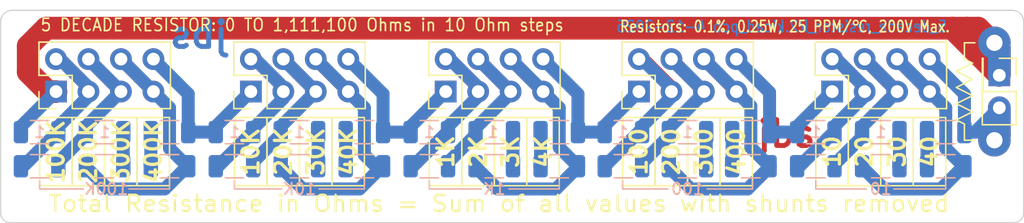
<source format=kicad_pcb>
(kicad_pcb (version 20221018) (generator pcbnew)
  (layers (0 "F.Cu" signal) (31 "B.Cu" signal) (36 "B.SilkS" user "B.Silkscreen") (37 "F.SilkS" user "F.Silkscreen") (38 "B.Mask" user) (39 "F.Mask" user) (44 "Edge.Cuts" user))
  (net 0 "")
  (net 1 "Net-(J1-Pin_1)")
  (net 2 "Net-(J1-Pin_2)")
  (net 3 "Net-(J1-Pin_4)")
  (net 4 "Net-(J1-Pin_6)")
  (net 5 "Net-(J1-Pin_8)")
  (net 6 "Net-(J2-Pin_2)")
  (net 7 "Net-(J2-Pin_4)")
  (net 8 "Net-(J2-Pin_6)")
  (net 9 "Net-(J2-Pin_8)")
  (net 10 "Net-(J3-Pin_8)")
  (net 11 "Net-(J3-Pin_6)")
  (net 12 "Net-(R3-Pad2)")
  (net 13 "Net-(R5-Pad2)")
  (net 14 "Net-(R10-Pad1)")
  (net 15 "Net-(R11-Pad2)")
  (net 16 "Net-(R15-Pad2)")
  (net 17 "Net-(R17-Pad2)")
  (net 18 "Net-(R21-Pad2)")
  (net 19 "Net-(R23-Pad2)")
  (net 20 "Net-(R27-Pad2)")
  (net 21 "Net-(R29-Pad2)")
  (net 22 "Net-(J3-Pin_4)")
  (net 23 "Net-(J3-Pin_2)")
  (net 24 "Net-(J4-Pin_2)")
  (net 25 "Net-(J4-Pin_4)")
  (net 26 "Net-(J4-Pin_6)")
  (net 27 "Net-(J4-Pin_8)")
  (net 28 "Net-(J5-Pin_2)")
  (net 29 "Net-(J5-Pin_4)")
  (net 30 "Net-(J5-Pin_6)")
  (net 31 "Net-(J5-Pin_8)")
  (footprint "my_footprints:My_Hole_2.1mm" (layer "F.Cu") (at 116.459 98.679)
    (fp_text reference "REF**" hide)
    (fp_text value "My_Hole_2.1mm")
    (pad "" np_thru_hole circle (at 0 0) (size 2.1 2.1) (drill 2.1) (layers "*.Cu" "*.Mask"))
  )
  (footprint "Connector_PinHeader_2.54mm:PinHeader_2x04_P2.54mm_Vertical" (layer "F.Cu") (at 149.108 90.175 90)
    (fp_text reference "1K" hide)
    (fp_text value "Conn_02x04")
    (pad "1" thru_hole rect (at 0 0 90) (size 1.7 1.7) (drill 1) (layers "*.Cu" "*.Mask") (net 9 "Net-(J2-Pin_8)"))
    (pad "2" thru_hole oval (at 2.54 0 90) (size 1.7 1.7) (drill 1) (layers "*.Cu" "*.Mask") (net 23 "Net-(J3-Pin_2)"))
    (pad "3" thru_hole oval (at 0 2.54 90) (size 1.7 1.7) (drill 1) (layers "*.Cu" "*.Mask") (net 23 "Net-(J3-Pin_2)"))
    (pad "4" thru_hole oval (at 2.54 2.54 90) (size 1.7 1.7) (drill 1) (layers "*.Cu" "*.Mask") (net 22 "Net-(J3-Pin_4)"))
    (pad "5" thru_hole oval (at 0 5.08 90) (size 1.7 1.7) (drill 1) (layers "*.Cu" "*.Mask") (net 22 "Net-(J3-Pin_4)"))
    (pad "6" thru_hole oval (at 2.54 5.08 90) (size 1.7 1.7) (drill 1) (layers "*.Cu" "*.Mask") (net 11 "Net-(J3-Pin_6)"))
    (pad "7" thru_hole oval (at 0 7.62 90) (size 1.7 1.7) (drill 1) (layers "*.Cu" "*.Mask") (net 11 "Net-(J3-Pin_6)"))
    (pad "8" thru_hole oval (at 2.54 7.62 90) (size 1.7 1.7) (drill 1) (layers "*.Cu" "*.Mask") (net 10 "Net-(J3-Pin_8)"))
  )
  (footprint "Connector_PinHeader_2.54mm:PinHeader_2x01_P2.54mm_Vertical" (layer "F.Cu") (at 192.405 88.9 -90)
    (fp_text reference "OUT" hide)
    (fp_text value "Conn_02x01")
    (pad "1" thru_hole rect (at 0 0 270) (size 1.7 1.7) (drill 1) (layers "*.Cu" "*.Mask") (net 1 "Net-(J1-Pin_1)"))
    (pad "2" thru_hole oval (at 2.54 0 270) (size 1.7 1.7) (drill 1) (layers "*.Cu" "*.Mask") (net 31 "Net-(J5-Pin_8)"))
  )
  (footprint "" (layer "F.Cu") (at 192.024 93.98)
    (fp_text reference "" (at 0 0) (layer "F.SilkS") (effects (font (size 1.27 1.27))))
    (fp_text value "" (at 0 0) (layer "F.SilkS") (effects (font (size 1.27 1.27))))
    (pad "1" thru_hole circle (at 0 0) (size 2.54 2.54) (drill 1.27) (layers "*.Cu" "*.Mask") (net 31 "Net-(J5-Pin_8)"))
  )
  (footprint "my_footprints:My_Hole_2.1mm" (layer "F.Cu") (at 160.528 88.519)
    (fp_text reference "REF**" hide)
    (fp_text value "My_Hole_2.1mm")
    (pad "" np_thru_hole circle (at 0 0) (size 2.1 2.1) (drill 2.1) (layers "*.Cu" "*.Mask"))
  )
  (footprint "my_footprints:My_Hole_2.1mm" (layer "F.Cu") (at 192.151 98.679)
    (fp_text reference "REF**" hide)
    (fp_text value "My_Hole_2.1mm")
    (pad "" np_thru_hole circle (at 0 0) (size 2.1 2.1) (drill 2.1) (layers "*.Cu" "*.Mask"))
  )
  (footprint "my_footprints:My_Hole_2.1mm" (layer "F.Cu") (at 145.288 88.519)
    (fp_text reference "REF**" hide)
    (fp_text value "My_Hole_2.1mm")
    (pad "" np_thru_hole circle (at 0 0) (size 2.1 2.1) (drill 2.1) (layers "*.Cu" "*.Mask"))
  )
  (footprint "Connector_PinHeader_2.54mm:PinHeader_2x04_P2.54mm_Vertical" (layer "F.Cu") (at 118.628 90.175 90)
    (fp_text reference "100K" hide)
    (fp_text value "Conn_02x04")
    (pad "1" thru_hole rect (at 0 0 90) (size 1.7 1.7) (drill 1) (layers "*.Cu" "*.Mask") (net 1 "Net-(J1-Pin_1)"))
    (pad "2" thru_hole oval (at 2.54 0 90) (size 1.7 1.7) (drill 1) (layers "*.Cu" "*.Mask") (net 2 "Net-(J1-Pin_2)"))
    (pad "3" thru_hole oval (at 0 2.54 90) (size 1.7 1.7) (drill 1) (layers "*.Cu" "*.Mask") (net 2 "Net-(J1-Pin_2)"))
    (pad "4" thru_hole oval (at 2.54 2.54 90) (size 1.7 1.7) (drill 1) (layers "*.Cu" "*.Mask") (net 3 "Net-(J1-Pin_4)"))
    (pad "5" thru_hole oval (at 0 5.08 90) (size 1.7 1.7) (drill 1) (layers "*.Cu" "*.Mask") (net 3 "Net-(J1-Pin_4)"))
    (pad "6" thru_hole oval (at 2.54 5.08 90) (size 1.7 1.7) (drill 1) (layers "*.Cu" "*.Mask") (net 4 "Net-(J1-Pin_6)"))
    (pad "7" thru_hole oval (at 0 7.62 90) (size 1.7 1.7) (drill 1) (layers "*.Cu" "*.Mask") (net 4 "Net-(J1-Pin_6)"))
    (pad "8" thru_hole oval (at 2.54 7.62 90) (size 1.7 1.7) (drill 1) (layers "*.Cu" "*.Mask") (net 5 "Net-(J1-Pin_8)"))
  )
  (footprint "Connector_PinHeader_2.54mm:PinHeader_2x04_P2.54mm_Vertical" (layer "F.Cu") (at 164.221 90.175 90)
    (fp_text reference "100" hide)
    (fp_text value "Conn_02x04")
    (pad "1" thru_hole rect (at 0 0 90) (size 1.7 1.7) (drill 1) (layers "*.Cu" "*.Mask") (net 10 "Net-(J3-Pin_8)"))
    (pad "2" thru_hole oval (at 2.54 0 90) (size 1.7 1.7) (drill 1) (layers "*.Cu" "*.Mask") (net 24 "Net-(J4-Pin_2)"))
    (pad "3" thru_hole oval (at 0 2.54 90) (size 1.7 1.7) (drill 1) (layers "*.Cu" "*.Mask") (net 24 "Net-(J4-Pin_2)"))
    (pad "4" thru_hole oval (at 2.54 2.54 90) (size 1.7 1.7) (drill 1) (layers "*.Cu" "*.Mask") (net 25 "Net-(J4-Pin_4)"))
    (pad "5" thru_hole oval (at 0 5.08 90) (size 1.7 1.7) (drill 1) (layers "*.Cu" "*.Mask") (net 25 "Net-(J4-Pin_4)"))
    (pad "6" thru_hole oval (at 2.54 5.08 90) (size 1.7 1.7) (drill 1) (layers "*.Cu" "*.Mask") (net 26 "Net-(J4-Pin_6)"))
    (pad "7" thru_hole oval (at 0 7.62 90) (size 1.7 1.7) (drill 1) (layers "*.Cu" "*.Mask") (net 26 "Net-(J4-Pin_6)"))
    (pad "8" thru_hole oval (at 2.54 7.62 90) (size 1.7 1.7) (drill 1) (layers "*.Cu" "*.Mask") (net 27 "Net-(J4-Pin_8)"))
  )
  (footprint "Connector_PinHeader_2.54mm:PinHeader_2x04_P2.54mm_Vertical" (layer "F.Cu") (at 133.868 90.175 90)
    (fp_text reference "10K" hide)
    (fp_text value "Conn_02x04")
    (pad "1" thru_hole rect (at 0 0 90) (size 1.7 1.7) (drill 1) (layers "*.Cu" "*.Mask") (net 5 "Net-(J1-Pin_8)"))
    (pad "2" thru_hole oval (at 2.54 0 90) (size 1.7 1.7) (drill 1) (layers "*.Cu" "*.Mask") (net 6 "Net-(J2-Pin_2)"))
    (pad "3" thru_hole oval (at 0 2.54 90) (size 1.7 1.7) (drill 1) (layers "*.Cu" "*.Mask") (net 6 "Net-(J2-Pin_2)"))
    (pad "4" thru_hole oval (at 2.54 2.54 90) (size 1.7 1.7) (drill 1) (layers "*.Cu" "*.Mask") (net 7 "Net-(J2-Pin_4)"))
    (pad "5" thru_hole oval (at 0 5.08 90) (size 1.7 1.7) (drill 1) (layers "*.Cu" "*.Mask") (net 7 "Net-(J2-Pin_4)"))
    (pad "6" thru_hole oval (at 2.54 5.08 90) (size 1.7 1.7) (drill 1) (layers "*.Cu" "*.Mask") (net 8 "Net-(J2-Pin_6)"))
    (pad "7" thru_hole oval (at 0 7.62 90) (size 1.7 1.7) (drill 1) (layers "*.Cu" "*.Mask") (net 8 "Net-(J2-Pin_6)"))
    (pad "8" thru_hole oval (at 2.54 7.62 90) (size 1.7 1.7) (drill 1) (layers "*.Cu" "*.Mask") (net 9 "Net-(J2-Pin_8)"))
  )
  (footprint "Connector_PinHeader_2.54mm:PinHeader_2x04_P2.54mm_Vertical" (layer "F.Cu") (at 179.334 90.175 90)
    (fp_text reference "10" hide)
    (fp_text value "Conn_02x04")
    (pad "1" thru_hole rect (at 0 0 90) (size 1.7 1.7) (drill 1) (layers "*.Cu" "*.Mask") (net 27 "Net-(J4-Pin_8)"))
    (pad "2" thru_hole oval (at 2.54 0 90) (size 1.7 1.7) (drill 1) (layers "*.Cu" "*.Mask") (net 28 "Net-(J5-Pin_2)"))
    (pad "3" thru_hole oval (at 0 2.54 90) (size 1.7 1.7) (drill 1) (layers "*.Cu" "*.Mask") (net 28 "Net-(J5-Pin_2)"))
    (pad "4" thru_hole oval (at 2.54 2.54 90) (size 1.7 1.7) (drill 1) (layers "*.Cu" "*.Mask") (net 29 "Net-(J5-Pin_4)"))
    (pad "5" thru_hole oval (at 0 5.08 90) (size 1.7 1.7) (drill 1) (layers "*.Cu" "*.Mask") (net 29 "Net-(J5-Pin_4)"))
    (pad "6" thru_hole oval (at 2.54 5.08 90) (size 1.7 1.7) (drill 1) (layers "*.Cu" "*.Mask") (net 30 "Net-(J5-Pin_6)"))
    (pad "7" thru_hole oval (at 0 7.62 90) (size 1.7 1.7) (drill 1) (layers "*.Cu" "*.Mask") (net 30 "Net-(J5-Pin_6)"))
    (pad "8" thru_hole oval (at 2.54 7.62 90) (size 1.7 1.7) (drill 1) (layers "*.Cu" "*.Mask") (net 31 "Net-(J5-Pin_8)"))
  )
  (footprint "my_footprints:My_Hole_2.1mm" (layer "F.Cu") (at 130.048 88.519)
    (fp_text reference "REF**" hide)
    (fp_text value "My_Hole_2.1mm")
    (pad "" np_thru_hole circle (at 0 0) (size 2.1 2.1) (drill 2.1) (layers "*.Cu" "*.Mask"))
  )
  (footprint "my_footprints:my_TestPoint" (layer "F.Cu") (at 192.024 86.36)
    (fp_text reference " " (at 0 -2.373) (layer "F.SilkS"))
    (fp_text value "my_TestPoint")
    (pad "1" thru_hole circle (at 0 0) (size 2.54 2.54) (drill 1.27) (layers "*.Cu" "*.Mask") (net 1 "Net-(J1-Pin_1)"))
  )
  (footprint "my_footprints:My_Hole_2.1mm" (layer "F.Cu") (at 175.514 88.519)
    (fp_text reference "REF**" hide)
    (fp_text value "My_Hole_2.1mm")
    (pad "" np_thru_hole circle (at 0 0) (size 2.1 2.1) (drill 2.1) (layers "*.Cu" "*.Mask"))
  )
  (footprint "Resistor_SMD:R_1206_3216Metric" (layer "B.Cu") (at 168.021 93.345)
    (fp_text reference "R21" hide)
    (fp_text value "1")
    (pad "1" smd roundrect (at -1.4625 0) (size 1.125 1.75) (layers "B.Cu" "B.Paste" "B.Mask") (roundrect_rratio 0.222222) (net 25 "Net-(J4-Pin_4)"))
    (pad "2" smd roundrect (at 1.4625 0) (size 1.125 1.75) (layers "B.Cu" "B.Paste" "B.Mask") (roundrect_rratio 0.222222) (net 18 "Net-(R21-Pad2)"))
  )
  (footprint "Resistor_SMD:R_1206_3216Metric" (layer "B.Cu") (at 163.0065 96.012)
    (fp_text reference "R20" hide)
    (fp_text value "2")
    (pad "1" smd roundrect (at -1.4625 0) (size 1.125 1.75) (layers "B.Cu" "B.Paste" "B.Mask") (roundrect_rratio 0.222222) (net 24 "Net-(J4-Pin_2)"))
    (pad "2" smd roundrect (at 1.4625 0) (size 1.125 1.75) (layers "B.Cu" "B.Paste" "B.Mask") (roundrect_rratio 0.222222) (net 25 "Net-(J4-Pin_4)"))
  )
  (footprint "Resistor_SMD:R_1206_3216Metric" (layer "B.Cu") (at 188.214 96.012 180)
    (fp_text reference "R29" hide)
    (fp_text value "2")
    (pad "1" smd roundrect (at -1.4625 0 180) (size 1.125 1.75) (layers "B.Cu" "B.Paste" "B.Mask") (roundrect_rratio 0.222222) (net 30 "Net-(J5-Pin_6)"))
    (pad "2" smd roundrect (at 1.4625 0 180) (size 1.125 1.75) (layers "B.Cu" "B.Paste" "B.Mask") (roundrect_rratio 0.222222) (net 21 "Net-(R29-Pad2)"))
  )
  (footprint "Resistor_SMD:R_1206_3216Metric" (layer "B.Cu") (at 157.988 93.345)
    (fp_text reference "R18" hide)
    (fp_text value "2")
    (pad "1" smd roundrect (at -1.4625 0) (size 1.125 1.75) (layers "B.Cu" "B.Paste" "B.Mask") (roundrect_rratio 0.222222) (net 17 "Net-(R17-Pad2)"))
    (pad "2" smd roundrect (at 1.4625 0) (size 1.125 1.75) (layers "B.Cu" "B.Paste" "B.Mask") (roundrect_rratio 0.222222) (net 10 "Net-(J3-Pin_8)"))
  )
  (footprint "Resistor_SMD:R_1206_3216Metric" (layer "B.Cu") (at 188.214 93.345)
    (fp_text reference "R30" hide)
    (fp_text value "2")
    (pad "1" smd roundrect (at -1.4625 0) (size 1.125 1.75) (layers "B.Cu" "B.Paste" "B.Mask") (roundrect_rratio 0.222222) (net 21 "Net-(R29-Pad2)"))
    (pad "2" smd roundrect (at 1.4625 0) (size 1.125 1.75) (layers "B.Cu" "B.Paste" "B.Mask") (roundrect_rratio 0.222222) (net 31 "Net-(J5-Pin_8)"))
  )
  (footprint "Resistor_SMD:R_1206_3216Metric" (layer "B.Cu") (at 147.828 93.345)
    (fp_text reference "R13" hide)
    (fp_text value "1")
    (pad "1" smd roundrect (at -1.4625 0) (size 1.125 1.75) (layers "B.Cu" "B.Paste" "B.Mask") (roundrect_rratio 0.222222) (net 9 "Net-(J2-Pin_8)"))
    (pad "2" smd roundrect (at 1.4625 0) (size 1.125 1.75) (layers "B.Cu" "B.Paste" "B.Mask") (roundrect_rratio 0.222222) (net 23 "Net-(J3-Pin_2)"))
  )
  (footprint "Resistor_SMD:R_1206_3216Metric" (layer "B.Cu") (at 183.134 93.345)
    (fp_text reference "R27" hide)
    (fp_text value "1")
    (pad "1" smd roundrect (at -1.4625 0) (size 1.125 1.75) (layers "B.Cu" "B.Paste" "B.Mask") (roundrect_rratio 0.222222) (net 29 "Net-(J5-Pin_4)"))
    (pad "2" smd roundrect (at 1.4625 0) (size 1.125 1.75) (layers "B.Cu" "B.Paste" "B.Mask") (roundrect_rratio 0.222222) (net 20 "Net-(R27-Pad2)"))
  )
  (footprint "Resistor_SMD:R_1206_3216Metric" (layer "B.Cu") (at 122.428 96.012 180)
    (fp_text reference "R4" hide)
    (fp_text value "2")
    (pad "1" smd roundrect (at -1.4625 0 180) (size 1.125 1.75) (layers "B.Cu" "B.Paste" "B.Mask") (roundrect_rratio 0.222222) (net 12 "Net-(R3-Pad2)"))
    (pad "2" smd roundrect (at 1.4625 0 180) (size 1.125 1.75) (layers "B.Cu" "B.Paste" "B.Mask") (roundrect_rratio 0.222222) (net 4 "Net-(J1-Pin_6)"))
  )
  (footprint "Resistor_SMD:R_1206_3216Metric" (layer "B.Cu") (at 172.974 93.345)
    (fp_text reference "R24" hide)
    (fp_text value "2")
    (pad "1" smd roundrect (at -1.4625 0) (size 1.125 1.75) (layers "B.Cu" "B.Paste" "B.Mask") (roundrect_rratio 0.222222) (net 19 "Net-(R23-Pad2)"))
    (pad "2" smd roundrect (at 1.4625 0) (size 1.125 1.75) (layers "B.Cu" "B.Paste" "B.Mask") (roundrect_rratio 0.222222) (net 27 "Net-(J4-Pin_8)"))
  )
  (footprint "Resistor_SMD:R_1206_3216Metric" (layer "B.Cu") (at 137.668 96.012 180)
    (fp_text reference "R10" hide)
    (fp_text value "2")
    (pad "1" smd roundrect (at -1.4625 0 180) (size 1.125 1.75) (layers "B.Cu" "B.Paste" "B.Mask") (roundrect_rratio 0.222222) (net 14 "Net-(R10-Pad1)"))
    (pad "2" smd roundrect (at 1.4625 0 180) (size 1.125 1.75) (layers "B.Cu" "B.Paste" "B.Mask") (roundrect_rratio 0.222222) (net 8 "Net-(J2-Pin_6)"))
  )
  (footprint "Resistor_SMD:R_1206_3216Metric" (layer "B.Cu") (at 132.588 93.345)
    (fp_text reference "R7" hide)
    (fp_text value "1")
    (pad "1" smd roundrect (at -1.4625 0) (size 1.125 1.75) (layers "B.Cu" "B.Paste" "B.Mask") (roundrect_rratio 0.222222) (net 5 "Net-(J1-Pin_8)"))
    (pad "2" smd roundrect (at 1.4625 0) (size 1.125 1.75) (layers "B.Cu" "B.Paste" "B.Mask") (roundrect_rratio 0.222222) (net 6 "Net-(J2-Pin_2)"))
  )
  (footprint "Resistor_SMD:R_1206_3216Metric" (layer "B.Cu") (at 117.348 96.012)
    (fp_text reference "R2" hide)
    (fp_text value "2")
    (pad "1" smd roundrect (at -1.4625 0) (size 1.125 1.75) (layers "B.Cu" "B.Paste" "B.Mask") (roundrect_rratio 0.222222) (net 2 "Net-(J1-Pin_2)"))
    (pad "2" smd roundrect (at 1.4625 0) (size 1.125 1.75) (layers "B.Cu" "B.Paste" "B.Mask") (roundrect_rratio 0.222222) (net 3 "Net-(J1-Pin_4)"))
  )
  (footprint "Resistor_SMD:R_1206_3216Metric" (layer "B.Cu") (at 178.054 93.345)
    (fp_text reference "R25" hide)
    (fp_text value "1")
    (pad "1" smd roundrect (at -1.4625 0) (size 1.125 1.75) (layers "B.Cu" "B.Paste" "B.Mask") (roundrect_rratio 0.222222) (net 27 "Net-(J4-Pin_8)"))
    (pad "2" smd roundrect (at 1.4625 0) (size 1.125 1.75) (layers "B.Cu" "B.Paste" "B.Mask") (roundrect_rratio 0.222222) (net 28 "Net-(J5-Pin_2)"))
  )
  (footprint "Resistor_SMD:R_1206_3216Metric" (layer "B.Cu") (at 157.988 96.012 180)
    (fp_text reference "R17" hide)
    (fp_text value "2")
    (pad "1" smd roundrect (at -1.4625 0 180) (size 1.125 1.75) (layers "B.Cu" "B.Paste" "B.Mask") (roundrect_rratio 0.222222) (net 11 "Net-(J3-Pin_6)"))
    (pad "2" smd roundrect (at 1.4625 0 180) (size 1.125 1.75) (layers "B.Cu" "B.Paste" "B.Mask") (roundrect_rratio 0.222222) (net 17 "Net-(R17-Pad2)"))
  )
  (footprint "Resistor_SMD:R_1206_3216Metric" (layer "B.Cu") (at 172.974 96.012 180)
    (fp_text reference "R23" hide)
    (fp_text value "2")
    (pad "1" smd roundrect (at -1.4625 0 180) (size 1.125 1.75) (layers "B.Cu" "B.Paste" "B.Mask") (roundrect_rratio 0.222222) (net 26 "Net-(J4-Pin_6)"))
    (pad "2" smd roundrect (at 1.4625 0 180) (size 1.125 1.75) (layers "B.Cu" "B.Paste" "B.Mask") (roundrect_rratio 0.222222) (net 19 "Net-(R23-Pad2)"))
  )
  (footprint "Resistor_SMD:R_1206_3216Metric" (layer "B.Cu") (at 147.828 96.012)
    (fp_text reference "R14" hide)
    (fp_text value "2")
    (pad "1" smd roundrect (at -1.4625 0) (size 1.125 1.75) (layers "B.Cu" "B.Paste" "B.Mask") (roundrect_rratio 0.222222) (net 23 "Net-(J3-Pin_2)"))
    (pad "2" smd roundrect (at 1.4625 0) (size 1.125 1.75) (layers "B.Cu" "B.Paste" "B.Mask") (roundrect_rratio 0.222222) (net 22 "Net-(J3-Pin_4)"))
  )
  (footprint "Resistor_SMD:R_1206_3216Metric" (layer "B.Cu") (at 137.668 93.345)
    (fp_text reference "R9" hide)
    (fp_text value "1")
    (pad "1" smd roundrect (at -1.4625 0) (size 1.125 1.75) (layers "B.Cu" "B.Paste" "B.Mask") (roundrect_rratio 0.222222) (net 7 "Net-(J2-Pin_4)"))
    (pad "2" smd roundrect (at 1.4625 0) (size 1.125 1.75) (layers "B.Cu" "B.Paste" "B.Mask") (roundrect_rratio 0.222222) (net 14 "Net-(R10-Pad1)"))
  )
  (footprint "Resistor_SMD:R_1206_3216Metric" (layer "B.Cu") (at 122.428 93.345)
    (fp_text reference "R3" hide)
    (fp_text value "1")
    (pad "1" smd roundrect (at -1.4625 0) (size 1.125 1.75) (layers "B.Cu" "B.Paste" "B.Mask") (roundrect_rratio 0.222222) (net 3 "Net-(J1-Pin_4)"))
    (pad "2" smd roundrect (at 1.4625 0) (size 1.125 1.75) (layers "B.Cu" "B.Paste" "B.Mask") (roundrect_rratio 0.222222) (net 12 "Net-(R3-Pad2)"))
  )
  (footprint "Resistor_SMD:R_1206_3216Metric" (layer "B.Cu") (at 163.0065 93.345)
    (fp_text reference "R19" hide)
    (fp_text value "1")
    (pad "1" smd roundrect (at -1.4625 0) (size 1.125 1.75) (layers "B.Cu" "B.Paste" "B.Mask") (roundrect_rratio 0.222222) (net 10 "Net-(J3-Pin_8)"))
    (pad "2" smd roundrect (at 1.4625 0) (size 1.125 1.75) (layers "B.Cu" "B.Paste" "B.Mask") (roundrect_rratio 0.222222) (net 24 "Net-(J4-Pin_2)"))
  )
  (footprint "Resistor_SMD:R_1206_3216Metric" (layer "B.Cu") (at 142.748 96.012 180)
    (fp_text reference "R11" hide)
    (fp_text value "2")
    (pad "1" smd roundrect (at -1.4625 0 180) (size 1.125 1.75) (layers "B.Cu" "B.Paste" "B.Mask") (roundrect_rratio 0.222222) (net 8 "Net-(J2-Pin_6)"))
    (pad "2" smd roundrect (at 1.4625 0 180) (size 1.125 1.75) (layers "B.Cu" "B.Paste" "B.Mask") (roundrect_rratio 0.222222) (net 15 "Net-(R11-Pad2)"))
  )
  (footprint "Resistor_SMD:R_1206_3216Metric" (layer "B.Cu") (at 117.348 93.345)
    (fp_text reference "R1" hide)
    (fp_text value "1")
    (pad "1" smd roundrect (at -1.4625 0) (size 1.125 1.75) (layers "B.Cu" "B.Paste" "B.Mask") (roundrect_rratio 0.222222) (net 1 "Net-(J1-Pin_1)"))
    (pad "2" smd roundrect (at 1.4625 0) (size 1.125 1.75) (layers "B.Cu" "B.Paste" "B.Mask") (roundrect_rratio 0.222222) (net 2 "Net-(J1-Pin_2)"))
  )
  (footprint "Resistor_SMD:R_1206_3216Metric" (layer "B.Cu") (at 168.021 96.012 180)
    (fp_text reference "R22" hide)
    (fp_text value "2")
    (pad "1" smd roundrect (at -1.4625 0 180) (size 1.125 1.75) (layers "B.Cu" "B.Paste" "B.Mask") (roundrect_rratio 0.222222) (net 18 "Net-(R21-Pad2)"))
    (pad "2" smd roundrect (at 1.4625 0 180) (size 1.125 1.75) (layers "B.Cu" "B.Paste" "B.Mask") (roundrect_rratio 0.222222) (net 26 "Net-(J4-Pin_6)"))
  )
  (footprint "Resistor_SMD:R_1206_3216Metric" (layer "B.Cu") (at 142.748 93.345)
    (fp_text reference "R12" hide)
    (fp_text value "2")
    (pad "1" smd roundrect (at -1.4625 0) (size 1.125 1.75) (layers "B.Cu" "B.Paste" "B.Mask") (roundrect_rratio 0.222222) (net 15 "Net-(R11-Pad2)"))
    (pad "2" smd roundrect (at 1.4625 0) (size 1.125 1.75) (layers "B.Cu" "B.Paste" "B.Mask") (roundrect_rratio 0.222222) (net 9 "Net-(J2-Pin_8)"))
  )
  (footprint "Resistor_SMD:R_1206_3216Metric" (layer "B.Cu") (at 127.508 93.345)
    (fp_text reference "R6" hide)
    (fp_text value "2")
    (pad "1" smd roundrect (at -1.4625 0) (size 1.125 1.75) (layers "B.Cu" "B.Paste" "B.Mask") (roundrect_rratio 0.222222) (net 13 "Net-(R5-Pad2)"))
    (pad "2" smd roundrect (at 1.4625 0) (size 1.125 1.75) (layers "B.Cu" "B.Paste" "B.Mask") (roundrect_rratio 0.222222) (net 5 "Net-(J1-Pin_8)"))
  )
  (footprint "Resistor_SMD:R_1206_3216Metric" (layer "B.Cu") (at 178.054 96.012)
    (fp_text reference "R26" hide)
    (fp_text value "2")
    (pad "1" smd roundrect (at -1.4625 0) (size 1.125 1.75) (layers "B.Cu" "B.Paste" "B.Mask") (roundrect_rratio 0.222222) (net 28 "Net-(J5-Pin_2)"))
    (pad "2" smd roundrect (at 1.4625 0) (size 1.125 1.75) (layers "B.Cu" "B.Paste" "B.Mask") (roundrect_rratio 0.222222) (net 29 "Net-(J5-Pin_4)"))
  )
  (footprint "Resistor_SMD:R_1206_3216Metric" (layer "B.Cu") (at 152.908 93.345)
    (fp_text reference "R15" hide)
    (fp_text value "1")
    (pad "1" smd roundrect (at -1.4625 0) (size 1.125 1.75) (layers "B.Cu" "B.Paste" "B.Mask") (roundrect_rratio 0.222222) (net 22 "Net-(J3-Pin_4)"))
    (pad "2" smd roundrect (at 1.4625 0) (size 1.125 1.75) (layers "B.Cu" "B.Paste" "B.Mask") (roundrect_rratio 0.222222) (net 16 "Net-(R15-Pad2)"))
  )
  (footprint "Resistor_SMD:R_1206_3216Metric" (layer "B.Cu") (at 127.508 96.012 180)
    (fp_text reference "R5" hide)
    (fp_text value "2")
    (pad "1" smd roundrect (at -1.4625 0 180) (size 1.125 1.75) (layers "B.Cu" "B.Paste" "B.Mask") (roundrect_rratio 0.222222) (net 4 "Net-(J1-Pin_6)"))
    (pad "2" smd roundrect (at 1.4625 0 180) (size 1.125 1.75) (layers "B.Cu" "B.Paste" "B.Mask") (roundrect_rratio 0.222222) (net 13 "Net-(R5-Pad2)"))
  )
  (footprint "Resistor_SMD:R_1206_3216Metric" (layer "B.Cu") (at 132.588 96.012)
    (fp_text reference "R8" hide)
    (fp_text value "2")
    (pad "1" smd roundrect (at -1.4625 0) (size 1.125 1.75) (layers "B.Cu" "B.Paste" "B.Mask") (roundrect_rratio 0.222222) (net 6 "Net-(J2-Pin_2)"))
    (pad "2" smd roundrect (at 1.4625 0) (size 1.125 1.75) (layers "B.Cu" "B.Paste" "B.Mask") (roundrect_rratio 0.222222) (net 7 "Net-(J2-Pin_4)"))
  )
  (footprint "Resistor_SMD:R_1206_3216Metric" (layer "B.Cu") (at 183.134 96.012 180)
    (fp_text reference "R28" hide)
    (fp_text value "2")
    (pad "1" smd roundrect (at -1.4625 0 180) (size 1.125 1.75) (layers "B.Cu" "B.Paste" "B.Mask") (roundrect_rratio 0.222222) (net 20 "Net-(R27-Pad2)"))
    (pad "2" smd roundrect (at 1.4625 0 180) (size 1.125 1.75) (layers "B.Cu" "B.Paste" "B.Mask") (roundrect_rratio 0.222222) (net 30 "Net-(J5-Pin_6)"))
  )
  (footprint "Resistor_SMD:R_1206_3216Metric" (layer "B.Cu") (at 152.908 96.012 180)
    (fp_text reference "R16" hide)
    (fp_text value "2")
    (pad "1" smd roundrect (at -1.4625 0 180) (size 1.125 1.75) (layers "B.Cu" "B.Paste" "B.Mask") (roundrect_rratio 0.222222) (net 16 "Net-(R15-Pad2)"))
    (pad "2" smd roundrect (at 1.4625 0 180) (size 1.125 1.75) (layers "B.Cu" "B.Paste" "B.Mask") (roundrect_rratio 0.222222) (net 11 "Net-(J3-Pin_6)"))
  )
  (gr_line (start 162.941 97.155) (end 162.941 97.79) (stroke (width 0.12)) (layer "B.SilkS"))
  (gr_line (start 127.508 97.79) (end 124.333 97.79) (stroke (width 0.12)) (layer "B.SilkS"))
  (gr_line (start 117.348 97.155) (end 117.348 97.79) (stroke (width 0.12)) (layer "B.SilkS"))
  (gr_line (start 147.828 97.79) (end 151.892 97.79) (stroke (width 0.12)) (layer "B.SilkS"))
  (gr_line (start 147.828 97.155) (end 147.828 97.79) (stroke (width 0.12)) (layer "B.SilkS"))
  (gr_line (start 142.748 97.79) (end 139.192 97.79) (stroke (width 0.12)) (layer "B.SilkS"))
  (gr_line (start 188.214 97.79) (end 184.15 97.79) (stroke (width 0.12)) (layer "B.SilkS"))
  (gr_line (start 178.054 97.155) (end 178.054 97.79) (stroke (width 0.12)) (layer "B.SilkS"))
  (gr_line (start 173.101 97.79) (end 169.545 97.79) (stroke (width 0.12)) (layer "B.SilkS"))
  (gr_line (start 162.941 97.79) (end 166.497 97.79) (stroke (width 0.12)) (layer "B.SilkS"))
  (gr_line (start 157.988 97.155) (end 157.988 97.79) (stroke (width 0.12)) (layer "B.SilkS"))
  (gr_line (start 117.348 97.79) (end 120.777 97.79) (stroke (width 0.12)) (layer "B.SilkS"))
  (gr_line (start 188.214 97.155) (end 188.214 97.79) (stroke (width 0.12)) (layer "B.SilkS"))
  (gr_line (start 132.588 97.79) (end 136.271 97.79) (stroke (width 0.12)) (layer "B.SilkS"))
  (gr_line (start 157.988 97.79) (end 154.051 97.79) (stroke (width 0.12)) (layer "B.SilkS"))
  (gr_line (start 178.054 97.79) (end 181.991 97.79) (stroke (width 0.12)) (layer "B.SilkS"))
  (gr_line (start 132.588 97.155) (end 132.588 97.79) (stroke (width 0.12)) (layer "B.SilkS"))
  (gr_line (start 142.748 97.155) (end 142.748 97.79) (stroke (width 0.12)) (layer "B.SilkS"))
  (gr_line (start 173.101 97.155) (end 173.101 97.79) (stroke (width 0.12)) (layer "B.SilkS"))
  (gr_line (start 127.508 97.155) (end 127.508 97.79) (stroke (width 0.12)) (layer "B.SilkS"))
  (gr_rect (start 119.888 92.202) (end 122.428 97.536) (stroke (width 0.12)) (fill none) (layer "F.SilkS"))
  (gr_circle (center 181.176395 84.783395) (end 181.303395 84.656395) (stroke (width 0.12)) (fill none) (layer "F.SilkS"))
  (gr_rect (start 162.941 92.202) (end 165.481 97.536) (stroke (width 0.12)) (fill none) (layer "F.SilkS"))
  (gr_rect (start 124.968 92.202) (end 127.508 97.536) (stroke (width 0.12)) (fill none) (layer "F.SilkS"))
  (gr_rect (start 152.908 92.202) (end 155.448 97.536) (stroke (width 0.12)) (fill none) (layer "F.SilkS"))
  (gr_line (start 189.0395 89.8525) (end 190.3095 89.2175) (stroke (width 0.12)) (layer "F.SilkS"))
  (gr_rect (start 147.828 92.202) (end 150.368 97.536) (stroke (width 0.12)) (fill none) (layer "F.SilkS"))
  (gr_line (start 189.0395 91.1225) (end 190.3095 90.4875) (stroke (width 0.12)) (layer "F.SilkS"))
  (gr_rect (start 180.594 92.202) (end 183.134 97.536) (stroke (width 0.12)) (fill none) (layer "F.SilkS"))
  (gr_rect (start 178.054 92.202) (end 180.594 97.536) (stroke (width 0.12)) (fill none) (layer "F.SilkS"))
  (gr_line (start 189.6745 92.71) (end 189.6745 93.98) (stroke (width 0.12)) (layer "F.SilkS"))
  (gr_line (start 190.3095 87.9475) (end 189.6745 87.63) (stroke (width 0.12)) (layer "F.SilkS"))
  (gr_line (start 189.0395 92.3925) (end 190.3095 91.7575) (stroke (width 0.12)) (layer "F.SilkS"))
  (gr_line (start 189.6745 93.98) (end 190.5 93.98) (stroke (width 0.12)) (layer "F.SilkS"))
  (gr_rect (start 185.674 92.202) (end 188.214 97.536) (stroke (width 0.12)) (fill none) (layer "F.SilkS"))
  (gr_rect (start 135.128 92.202) (end 137.668 97.536) (stroke (width 0.12)) (fill none) (layer "F.SilkS"))
  (gr_rect (start 117.348 92.202) (end 119.888 97.536) (stroke (width 0.12)) (fill none) (layer "F.SilkS"))
  (gr_rect (start 168.021 92.202) (end 170.561 97.536) (stroke (width 0.12)) (fill none) (layer "F.SilkS"))
  (gr_rect (start 170.561 92.202) (end 173.101 97.536) (stroke (width 0.12)) (fill none) (layer "F.SilkS"))
  (gr_rect (start 140.208 92.202) (end 142.748 97.536) (stroke (width 0.12)) (fill none) (layer "F.SilkS"))
  (gr_line (start 190.3095 89.2175) (end 189.0395 88.5825) (stroke (width 0.12)) (layer "F.SilkS"))
  (gr_rect (start 165.481 92.202) (end 168.021 97.536) (stroke (width 0.12)) (fill none) (layer "F.SilkS"))
  (gr_rect (start 137.668 92.202) (end 140.208 97.536) (stroke (width 0.12)) (fill none) (layer "F.SilkS"))
  (gr_line (start 189.6745 92.71) (end 189.0395 92.3925) (stroke (width 0.12)) (layer "F.SilkS"))
  (gr_line (start 190.3095 91.7575) (end 189.0395 91.1225) (stroke (width 0.12)) (layer "F.SilkS"))
  (gr_rect (start 122.428 92.202) (end 124.968 97.536) (stroke (width 0.12)) (fill none) (layer "F.SilkS"))
  (gr_rect (start 132.588 92.202) (end 135.128 97.536) (stroke (width 0.12)) (fill none) (layer "F.SilkS"))
  (gr_line (start 189.0395 88.5825) (end 190.3095 87.9475) (stroke (width 0.12)) (layer "F.SilkS"))
  (gr_line (start 189.6745 86.36) (end 190.5 86.36) (stroke (width 0.12)) (layer "F.SilkS"))
  (gr_line (start 190.3095 90.4875) (end 189.0395 89.8525) (stroke (width 0.12)) (layer "F.SilkS"))
  (gr_rect (start 150.368 92.202) (end 152.908 97.536) (stroke (width 0.12)) (fill none) (layer "F.SilkS"))
  (gr_rect (start 155.448 92.202) (end 157.988 97.536) (stroke (width 0.12)) (fill none) (layer "F.SilkS"))
  (gr_line (start 189.6745 87.63) (end 189.6745 86.36) (stroke (width 0.12)) (layer "F.SilkS"))
  (gr_rect (start 183.134 92.202) (end 185.674 97.536) (stroke (width 0.12)) (fill none) (layer "F.SilkS"))
  (gr_arc (start 194.31 99.664185) (mid 194.086815 100.203) (end 193.548 100.426185) (stroke (width 0.1)) (layer "Edge.Cuts"))
  (gr_line (start 193.548 100.426185) (end 115.062 100.426185) (stroke (width 0.1)) (layer "Edge.Cuts"))
  (gr_arc (start 114.3 84.709) (mid 114.560382 84.080382) (end 115.189 83.82) (stroke (width 0.1)) (layer "Edge.Cuts"))
  (gr_arc (start 193.421 83.82) (mid 194.049618 84.080382) (end 194.31 84.709) (stroke (width 0.1)) (layer "Edge.Cuts"))
  (gr_arc (start 115.062 100.426185) (mid 114.523185 100.203) (end 114.3 99.664185) (stroke (width 0.1)) (layer "Edge.Cuts"))
  (gr_line (start 114.3 99.664185) (end 114.3 84.709) (stroke (width 0.1)) (layer "Edge.Cuts"))
  (gr_line (start 115.189 83.82) (end 193.421 83.82) (stroke (width 0.1)) (layer "Edge.Cuts"))
  (gr_line (start 194.31 84.709) (end 194.31 99.664185) (stroke (width 0.1)) (layer "Edge.Cuts"))
  (gr_text "jbs" (at 175.768 93.472) (layer "F.Cu") (effects (font (size 2.032 2.032) (thickness 0.381))))
  (gr_text "5_decade_resistor_R2.kicad_pcb 4-12-2025" (at 175.387 85.09) (layer "B.Cu") (effects (font (size 0.889 0.762) (thickness 0.127)) (justify mirror)))
  (gr_text "jbs" (at 129.794 85.725) (layer "B.Cu") (effects (font (size 2.032 2.032) (thickness 0.381)) (justify mirror)))
  (gr_text "1" (at 122.428 93.345) (layer "B.SilkS") (effects (font (size 0.889 0.889) (thickness 0.1524) bold) (justify mirror)))
  (gr_text "10K" (at 137.668 97.79) (layer "B.SilkS") (effects (font (size 0.889 0.889) (thickness 0.1524) bold) (justify mirror)))
  (gr_text "1" (at 147.828 93.345) (layer "B.SilkS") (effects (font (size 0.889 0.889) (thickness 0.1524) bold) (justify mirror)))
  (gr_text "1K" (at 152.908 97.79) (layer "B.SilkS") (effects (font (size 0.889 0.889) (thickness 0.1524) bold) (justify mirror)))
  (gr_text "1" (at 168.021 93.345) (layer "B.SilkS") (effects (font (size 0.889 0.889) (thickness 0.1524) bold) (justify mirror)))
  (gr_text "1" (at 137.668 93.345) (layer "B.SilkS") (effects (font (size 0.889 0.889) (thickness 0.1524) bold) (justify mirror)))
  (gr_text "1" (at 132.588 93.345) (layer "B.SilkS") (effects (font (size 0.889 0.889) (thickness 0.1524) bold) (justify mirror)))
  (gr_text "1" (at 162.941 93.345) (layer "B.SilkS") (effects (font (size 0.889 0.889) (thickness 0.1524) bold) (justify mirror)))
  (gr_text "1" (at 152.781 93.345) (layer "B.SilkS") (effects (font (size 0.889 0.889) (thickness 0.1524) bold) (justify mirror)))
  (gr_text "100K" (at 122.555 97.79) (layer "B.SilkS") (effects (font (size 0.889 0.889) (thickness 0.1524) bold) (justify mirror)))
  (gr_text "100" (at 168.021 97.79) (layer "B.SilkS") (effects (font (size 0.889 0.889) (thickness 0.1524) bold) (justify mirror)))
  (gr_text "10" (at 183.134 97.79) (layer "B.SilkS") (effects (font (size 0.889 0.889) (thickness 0.1524) bold) (justify mirror)))
  (gr_text "1" (at 117.348 93.345) (layer "B.SilkS") (effects (font (size 0.889 0.889) (thickness 0.1524) bold) (justify mirror)))
  (gr_text "1" (at 178.054 93.345) (layer "B.SilkS") (effects (font (size 0.889 0.889) (thickness 0.1524) bold) (justify mirror)))
  (gr_text "1" (at 183.134 93.345) (layer "B.SilkS") (effects (font (size 0.889 0.889) (thickness 0.1524) bold) (justify mirror)))
  (gr_text "Resistors: 0.1%, 0.25W, 25 PPM/ C, 200V Max." (at 175.641 85.09) (layer "F.SilkS") (effects (font (size 0.889 0.7112) (thickness 0.127) bold)))
  (gr_text "5 DECADE RESISTOR: 0 TO 1,111,100 Ohms in 10 Ohm steps" (at 117.348 84.963) (layer "F.SilkS") (effects (font (size 0.9652 0.87376) (thickness 0.127)) (justify left)))
  (gr_text "200" (at 166.751 94.869 90) (layer "F.SilkS") (effects (font (size 1.27 1.27) (thickness 0.254) bold)))
  (gr_text "200K" (at 121.158 94.869 90) (layer "F.SilkS") (effects (font (size 1.27 1.27) (thickness 0.254) bold)))
  (gr_text "40K" (at 141.478 94.869 90) (layer "F.SilkS") (effects (font (size 1.27 1.27) (thickness 0.254) bold)))
  (gr_text "400K" (at 126.238 94.869 90) (layer "F.SilkS") (effects (font (size 1.27 1.27) (thickness 0.254) bold)))
  (gr_text "Total Resistance in Ohms = Sum of all values with shunts removed" (at 153.289 98.933) (layer "F.SilkS") (effects (font (size 1.27 1.3462) (thickness 0.1778))))
  (gr_text "10K" (at 133.858 94.869 90) (layer "F.SilkS") (effects (font (size 1.27 1.27) (thickness 0.254) bold)))
  (gr_text "2K" (at 151.638 94.869 90) (layer "F.SilkS") (effects (font (size 1.27 1.27) (thickness 0.254) bold)))
  (gr_text "100" (at 164.211 94.869 90) (layer "F.SilkS") (effects (font (size 1.27 1.27) (thickness 0.254) bold)))
  (gr_text "30K" (at 138.938 94.869 90) (layer "F.SilkS") (effects (font (size 1.27 1.27) (thickness 0.254) bold)))
  (gr_text "4K" (at 156.718 94.869 90) (layer "F.SilkS") (effects (font (size 1.27 1.27) (thickness 0.254) bold)))
  (gr_text "300K" (at 123.698 94.869 90) (layer "F.SilkS") (effects (font (size 1.27 1.27) (thickness 0.254) bold)))
  (gr_text "10" (at 179.324 94.869 90) (layer "F.SilkS") (effects (font (size 1.27 1.27) (thickness 0.254) bold)))
  (gr_text "20K" (at 136.398 94.869 90) (layer "F.SilkS") (effects (font (size 1.27 1.27) (thickness 0.254) bold)))
  (gr_text "1K" (at 149.098 94.869 90) (layer "F.SilkS") (effects (font (size 1.27 1.27) (thickness 0.254) bold)))
  (gr_text "300" (at 169.291 94.869 90) (layer "F.SilkS") (effects (font (size 1.27 1.27) (thickness 0.254) bold)))
  (gr_text "30" (at 184.404 94.869 90) (layer "F.SilkS") (effects (font (size 1.27 1.27) (thickness 0.254) bold)))
  (gr_text "20" (at 181.864 94.869 90) (layer "F.SilkS") (effects (font (size 1.27 1.27) (thickness 0.254) bold)))
  (gr_text "3K" (at 154.178 94.869 90) (layer "F.SilkS") (effects (font (size 1.27 1.27) (thickness 0.254) bold)))
  (gr_text "40" (at 186.944 94.869 90) (layer "F.SilkS") (effects (font (size 1.27 1.27) (thickness 0.254) bold)))
  (gr_text "100K" (at 118.618 94.869 90) (layer "F.SilkS") (effects (font (size 1.27 1.27) (thickness 0.254) bold)))
  (gr_text "400" (at 171.831 94.869 90) (layer "F.SilkS") (effects (font (size 1.27 1.27) (thickness 0.254) bold)))
  (segment (start 192.405 87.757) (end 189.865 85.217) (width 1.778) (layer "F.Cu") (net 1))
  (segment (start 116.459 86.614) (end 117.856 85.217) (width 1.778) (layer "F.Cu") (net 1))
  (segment (start 189.865 85.217) (end 190.754 85.217) (width 1.778) (layer "F.Cu") (net 1))
  (segment (start 116.459 88.646) (end 116.459 86.614) (width 1.778) (layer "F.Cu") (net 1))
  (segment (start 192.405 88.9) (end 188.722 85.217) (width 1.778) (layer "F.Cu") (net 1))
  (segment (start 190.754 85.217) (end 192.024 86.487) (width 1.778) (layer "F.Cu") (net 1))
  (segment (start 192.405 86.741) (end 192.024 86.36) (width 1.778) (layer "F.Cu") (net 1))
  (segment (start 117.856 85.217) (end 188.722 85.217) (width 1.778) (layer "F.Cu") (net 1))
  (segment (start 118.628 90.175) (end 117.988 90.175) (width 1.778) (layer "F.Cu") (net 1))
  (segment (start 188.722 85.217) (end 189.865 85.217) (width 1.778) (layer "F.Cu") (net 1))
  (segment (start 192.405 88.9) (end 192.405 87.757) (width 1.778) (layer "F.Cu") (net 1))
  (segment (start 117.988 90.175) (end 116.459 88.646) (width 1.778) (layer "F.Cu") (net 1))
  (segment (start 192.405 88.9) (end 192.405 86.741) (width 1.778) (layer "F.Cu") (net 1))
  (segment (start 115.8855 93.345) (end 115.8855 92.9025) (width 1.016) (layer "B.Cu") (net 1))
  (segment (start 115.8855 92.9025) (end 118.618 90.17) (width 1.016) (layer "B.Cu") (net 1))
  (segment (start 192.405 88.9) (end 192.405 86.741) (width 1.778) (layer "B.Cu") (net 1))
  (segment (start 192.405 86.741) (end 192.024 86.36) (width 1.778) (layer "B.Cu") (net 1))
  (segment (start 118.628 87.635) (end 118.960129 87.635) (width 1.016) (layer "F.Cu") (net 2))
  (segment (start 121.158 89.832871) (end 121.158 90.17) (width 1.016) (layer "F.Cu") (net 2))
  (segment (start 118.960129 87.635) (end 121.158 89.832871) (width 1.016) (layer "F.Cu") (net 2))
  (segment (start 118.8105 92.8985) (end 121.158 90.551) (width 1.016) (layer "B.Cu") (net 2))
  (segment (start 121.158 90.551) (end 121.158 89.832871) (width 1.016) (layer "B.Cu") (net 2))
  (segment (start 116.078 96.012) (end 118.745 93.345) (width 1.016) (layer "B.Cu") (net 2))
  (segment (start 118.8105 93.345) (end 118.8105 92.8985) (width 1.016) (layer "B.Cu") (net 2))
  (segment (start 115.8855 96.012) (end 116.078 96.012) (width 1.016) (layer "B.Cu") (net 2))
  (segment (start 121.158 89.832871) (end 118.960129 87.635) (width 1.016) (layer "B.Cu") (net 2))
  (segment (start 118.960129 87.635) (end 118.628 87.635) (width 1.016) (layer "B.Cu") (net 2))
  (segment (start 121.168 87.64) (end 123.698 90.17) (width 1.016) (layer "F.Cu") (net 3))
  (segment (start 121.168 87.635) (end 121.168 87.64) (width 1.016) (layer "F.Cu") (net 3))
  (segment (start 118.8105 95.6925) (end 121.031 93.472) (width 1.016) (layer "B.Cu") (net 3))
  (segment (start 121.031 93.472) (end 121.031 93.345) (width 1.016) (layer "B.Cu") (net 3))
  (segment (start 120.9655 92.9025) (end 123.698 90.17) (width 1.016) (layer "B.Cu") (net 3))
  (segment (start 120.9655 93.345) (end 120.9655 92.9025) (width 1.016) (layer "B.Cu") (net 3))
  (segment (start 121.168 87.635) (end 123.698 90.165) (width 1.016) (layer "B.Cu") (net 3))
  (segment (start 118.8105 96.012) (end 118.8105 95.6925) (width 1.016) (layer "B.Cu") (net 3))
  (segment (start 123.708 87.64) (end 126.238 90.17) (width 1.016) (layer "F.Cu") (net 4))
  (segment (start 123.708 87.635) (end 123.708 87.64) (width 1.016) (layer "F.Cu") (net 4))
  (segment (start 120.9655 96.012) (end 120.9655 96.0735) (width 1.016) (layer "B.Cu") (net 4))
  (segment (start 120.9655 96.0735) (end 122.682 97.79) (width 1.016) (layer "B.Cu") (net 4))
  (segment (start 127.508 94.615) (end 127.508 91.435) (width 1.016) (layer "B.Cu") (net 4))
  (segment (start 122.682 97.79) (end 127.127 97.79) (width 1.016) (layer "B.Cu") (net 4))
  (segment (start 123.708 87.635) (end 126.238 90.165) (width 1.016) (layer "B.Cu") (net 4))
  (segment (start 127.127 97.79) (end 128.905 96.012) (width 1.016) (layer "B.Cu") (net 4))
  (segment (start 128.905 96.012) (end 127.508 94.615) (width 1.016) (layer "B.Cu") (net 4))
  (segment (start 127.508 91.435) (end 126.248 90.175) (width 1.016) (layer "B.Cu") (net 4))
  (segment (start 126.238 90.165) (end 126.238 90.17) (width 1.016) (layer "B.Cu") (net 4))
  (segment (start 128.9705 93.345) (end 131.064 93.345) (width 1.016) (layer "B.Cu") (net 5))
  (segment (start 128.9705 90.3625) (end 126.238 87.63) (width 1.016) (layer "B.Cu") (net 5))
  (segment (start 131.1255 92.9025) (end 133.858 90.17) (width 1.016) (layer "B.Cu") (net 5))
  (segment (start 128.9705 93.345) (end 128.9705 90.3625) (width 1.016) (layer "B.Cu") (net 5))
  (segment (start 131.1255 93.345) (end 131.1255 92.9025) (width 1.016) (layer "B.Cu") (net 5))
  (segment (start 133.868 87.635) (end 134.200129 87.635) (width 1.016) (layer "F.Cu") (net 6))
  (segment (start 136.398 89.832871) (end 136.398 90.17) (width 1.016) (layer "F.Cu") (net 6))
  (segment (start 134.200129 87.635) (end 136.398 89.832871) (width 1.016) (layer "F.Cu") (net 6))
  (segment (start 131.1255 96.012) (end 131.318 96.012) (width 1.016) (layer "B.Cu") (net 6))
  (segment (start 136.398 89.832871) (end 134.200129 87.635) (width 1.016) (layer "B.Cu") (net 6))
  (segment (start 134.0505 93.345) (end 134.0505 93.0702) (width 1.016) (layer "B.Cu") (net 6))
  (segment (start 134.200129 87.635) (end 133.868 87.635) (width 1.016) (layer "B.Cu") (net 6))
  (segment (start 131.318 96.012) (end 133.985 93.345) (width 1.016) (layer "B.Cu") (net 6))
  (segment (start 134.0505 93.0702) (end 136.398 90.7227) (width 1.016) (layer "B.Cu") (net 6))
  (segment (start 136.398 90.7227) (end 136.398 89.832871) (width 1.016) (layer "B.Cu") (net 6))
  (segment (start 136.408 87.64) (end 138.938 90.17) (width 1.016) (layer "F.Cu") (net 7))
  (segment (start 136.408 87.635) (end 136.408 87.64) (width 1.016) (layer "F.Cu") (net 7))
  (segment (start 136.408 87.64) (end 138.938 90.17) (width 1.016) (layer "B.Cu") (net 7))
  (segment (start 134.0505 96.012) (end 134.0505 95.6925) (width 1.016) (layer "B.Cu") (net 7))
  (segment (start 138.938 90.17) (end 136.2055 92.9025) (width 1.016) (layer "B.Cu") (net 7))
  (segment (start 136.2055 92.9025) (end 136.2055 93.345) (width 1.016) (layer "B.Cu") (net 7))
  (segment (start 134.0505 95.6925) (end 136.271 93.472) (width 1.016) (layer "B.Cu") (net 7))
  (segment (start 136.271 93.472) (end 136.271 93.345) (width 1.016) (layer "B.Cu") (net 7))
  (segment (start 136.408 87.635) (end 136.408 87.64) (width 1.016) (layer "B.Cu") (net 7))
  (segment (start 138.948 87.64) (end 141.478 90.17) (width 1.016) (layer "F.Cu") (net 8))
  (segment (start 138.948 87.635) (end 138.948 87.64) (width 1.016) (layer "F.Cu") (net 8))
  (segment (start 144.2105 96.012) (end 143.637 96.012) (width 1.016) (layer "B.Cu") (net 8))
  (segment (start 142.748 95.123) (end 142.748 91.44) (width 1.016) (layer "B.Cu") (net 8))
  (segment (start 136.2055 96.012) (end 136.2055 96.0735) (width 1.016) (layer "B.Cu") (net 8))
  (segment (start 141.478 90.165) (end 138.948 87.635) (width 1.016) (layer "B.Cu") (net 8))
  (segment (start 142.367 97.79) (end 144.145 96.012) (width 1.016) (layer "B.Cu") (net 8))
  (segment (start 136.2055 96.0735) (end 137.922 97.79) (width 1.016) (layer "B.Cu") (net 8))
  (segment (start 137.922 97.79) (end 142.367 97.79) (width 1.016) (layer "B.Cu") (net 8))
  (segment (start 143.637 96.012) (end 142.748 95.123) (width 1.016) (layer "B.Cu") (net 8))
  (segment (start 142.748 91.44) (end 141.478 90.17) (width 1.016) (layer "B.Cu") (net 8))
  (segment (start 141.478 90.17) (end 141.478 90.165) (width 1.016) (layer "B.Cu") (net 8))
  (segment (start 146.3655 92.9025) (end 149.098 90.17) (width 1.016) (layer "B.Cu") (net 9))
  (segment (start 146.3655 93.345) (end 146.3655 92.9025) (width 1.016) (layer "B.Cu") (net 9))
  (segment (start 144.2105 93.345) (end 144.2105 90.3625) (width 1.016) (layer "B.Cu") (net 9))
  (segment (start 144.2105 93.345) (end 146.177 93.345) (width 1.016) (layer "B.Cu") (net 9))
  (segment (start 144.2105 90.3625) (end 141.478 87.63) (width 1.016) (layer "B.Cu") (net 9))
  (segment (start 159.4505 90.3625) (end 156.718 87.63) (width 1.016) (layer "B.Cu") (net 10))
  (segment (start 159.4505 93.345) (end 159.4505 90.3625) (width 1.016) (layer "B.Cu") (net 10))
  (segment (start 161.544 93.345) (end 159.512 93.345) (width 1.016) (layer "B.Cu") (net 10))
  (segment (start 161.544 93.345) (end 161.544 92.837) (width 1.016) (layer "B.Cu") (net 10))
  (segment (start 161.544 92.837) (end 164.211 90.17) (width 1.016) (layer "B.Cu") (net 10))
  (segment (start 154.188 87.635) (end 154.188 87.64) (width 1.016) (layer "F.Cu") (net 11))
  (segment (start 154.188 87.64) (end 156.718 90.17) (width 1.016) (layer "F.Cu") (net 11))
  (segment (start 157.734 97.79) (end 159.512 96.012) (width 1.016) (layer "B.Cu") (net 11))
  (segment (start 159.4505 96.012) (end 157.988 94.5495) (width 1.016) (layer "B.Cu") (net 11))
  (segment (start 151.4455 96.0735) (end 153.162 97.79) (width 1.016) (layer "B.Cu") (net 11))
  (segment (start 157.988 91.44) (end 156.718 90.17) (width 1.016) (layer "B.Cu") (net 11))
  (segment (start 156.718 90.17) (end 156.718 90.165) (width 1.016) (layer "B.Cu") (net 11))
  (segment (start 157.988 94.5495) (end 157.988 91.44) (width 1.016) (layer "B.Cu") (net 11))
  (segment (start 156.718 90.165) (end 154.188 87.635) (width 1.016) (layer "B.Cu") (net 11))
  (segment (start 151.4455 96.012) (end 151.4455 96.0735) (width 1.016) (layer "B.Cu") (net 11))
  (segment (start 153.162 97.79) (end 157.734 97.79) (width 1.016) (layer "B.Cu") (net 11))
  (segment (start 123.8905 93.345) (end 123.8905 95.8195) (width 1.016) (layer "B.Cu") (net 12))
  (segment (start 123.8905 95.8195) (end 123.825 95.885) (width 1.016) (layer "B.Cu") (net 12))
  (segment (start 126.0455 95.8235) (end 125.984 95.885) (width 1.016) (layer "B.Cu") (net 13))
  (segment (start 126.0455 93.345) (end 126.0455 95.8235) (width 1.016) (layer "B.Cu") (net 13))
  (segment (start 139.1305 95.8195) (end 139.065 95.885) (width 1.016) (layer "B.Cu") (net 14))
  (segment (start 139.1305 93.345) (end 139.1305 95.8195) (width 1.016) (layer "B.Cu") (net 14))
  (segment (start 141.2855 93.345) (end 141.2855 95.9505) (width 1.016) (layer "B.Cu") (net 15))
  (segment (start 141.2855 95.9505) (end 141.224 96.012) (width 1.016) (layer "B.Cu") (net 15))
  (segment (start 154.3705 93.345) (end 154.3705 95.9465) (width 1.016) (layer "B.Cu") (net 16))
  (segment (start 154.3705 95.9465) (end 154.305 96.012) (width 1.016) (layer "B.Cu") (net 16))
  (segment (start 156.5255 95.9505) (end 156.464 96.012) (width 1.016) (layer "B.Cu") (net 17))
  (segment (start 156.5255 93.345) (end 156.5255 95.9505) (width 1.016) (layer "B.Cu") (net 17))
  (segment (start 169.4835 93.345) (end 169.4835 95.9505) (width 1.016) (layer "B.Cu") (net 18))
  (segment (start 169.4835 95.9505) (end 169.545 96.012) (width 1.016) (layer "B.Cu") (net 18))
  (segment (start 171.5115 93.345) (end 171.5115 95.9505) (width 1.016) (layer "B.Cu") (net 19))
  (segment (start 171.5115 95.9505) (end 171.45 96.012) (width 1.016) (layer "B.Cu") (net 19))
  (segment (start 184.5965 95.9465) (end 184.531 96.012) (width 1.016) (layer "B.Cu") (net 20))
  (segment (start 184.5965 93.345) (end 184.5965 95.9465) (width 1.016) (layer "B.Cu") (net 20))
  (segment (start 186.7515 95.8235) (end 186.69 95.885) (width 1.016) (layer "B.Cu") (net 21))
  (segment (start 186.7515 93.345) (end 186.7515 95.8235) (width 1.016) (layer "B.Cu") (net 21))
  (segment (start 151.648 87.635) (end 151.648 87.64) (width 1.016) (layer "F.Cu") (net 22))
  (segment (start 151.648 87.64) (end 154.178 90.17) (width 1.016) (layer "F.Cu") (net 22))
  (segment (start 151.648 87.635) (end 154.178 90.165) (width 1.016) (layer "B.Cu") (net 22))
  (segment (start 151.4455 93.0295) (end 154.305 90.17) (width 1.016) (layer "B.Cu") (net 22))
  (segment (start 151.4455 93.345) (end 151.4455 93.0295) (width 1.016) (layer "B.Cu") (net 22))
  (segment (start 149.2905 96.012) (end 149.2905 95.717829) (width 1.016) (layer "B.Cu") (net 22))
  (segment (start 149.2905 95.717829) (end 151.384 93.624329) (width 1.016) (layer "B.Cu") (net 22))
  (segment (start 151.384 93.624329) (end 151.384 93.345) (width 1.016) (layer "B.Cu") (net 22))
  (segment (start 154.178 90.165) (end 154.178 90.17) (width 1.016) (layer "B.Cu") (net 22))
  (segment (start 151.638 89.832871) (end 151.638 90.17) (width 1.016) (layer "F.Cu") (net 23))
  (segment (start 149.108 87.635) (end 149.440129 87.635) (width 1.016) (layer "F.Cu") (net 23))
  (segment (start 149.440129 87.635) (end 151.638 89.832871) (width 1.016) (layer "F.Cu") (net 23))
  (segment (start 151.638 89.832871) (end 149.440129 87.635) (width 1.016) (layer "B.Cu") (net 23))
  (segment (start 149.440129 87.635) (end 149.108 87.635) (width 1.016) (layer "B.Cu") (net 23))
  (segment (start 146.558 96.012) (end 149.225 93.345) (width 1.016) (layer "B.Cu") (net 23))
  (segment (start 149.2905 93.345) (end 149.2905 92.8985) (width 1.016) (layer "B.Cu") (net 23))
  (segment (start 146.3655 96.012) (end 146.558 96.012) (width 1.016) (layer "B.Cu") (net 23))
  (segment (start 151.638 90.551) (end 151.638 89.832871) (width 1.016) (layer "B.Cu") (net 23))
  (segment (start 149.2905 92.8985) (end 151.638 90.551) (width 1.016) (layer "B.Cu") (net 23))
  (segment (start 164.553129 87.635) (end 166.751 89.832871) (width 1.016) (layer "F.Cu") (net 24))
  (segment (start 166.751 89.832871) (end 166.751 90.17) (width 1.016) (layer "F.Cu") (net 24))
  (segment (start 164.221 87.635) (end 164.553129 87.635) (width 1.016) (layer "F.Cu") (net 24))
  (segment (start 164.469 92.8777) (end 166.751 90.5957) (width 1.016) (layer "B.Cu") (net 24))
  (segment (start 164.211 93.345) (end 164.465 93.345) (width 1.016) (layer "B.Cu") (net 24))
  (segment (start 161.544 96.012) (end 164.211 93.345) (width 1.016) (layer "B.Cu") (net 24))
  (segment (start 166.751 89.916) (end 164.47 87.635) (width 1.016) (layer "B.Cu") (net 24))
  (segment (start 166.751 90.5957) (end 166.751 89.916) (width 1.016) (layer "B.Cu") (net 24))
  (segment (start 164.47 87.635) (end 164.221 87.635) (width 1.016) (layer "B.Cu") (net 24))
  (segment (start 164.469 93.345) (end 164.469 92.8777) (width 1.016) (layer "B.Cu") (net 24))
  (segment (start 166.761 87.635) (end 169.291 90.165) (width 1.016) (layer "F.Cu") (net 25))
  (segment (start 169.291 90.165) (end 169.291 90.17) (width 1.016) (layer "F.Cu") (net 25))
  (segment (start 169.291 90.297) (end 169.291 90.165) (width 1.016) (layer "B.Cu") (net 25))
  (segment (start 169.291 90.165) (end 166.761 87.635) (width 1.016) (layer "B.Cu") (net 25))
  (segment (start 166.624 93.599) (end 166.624 93.345) (width 1.016) (layer "B.Cu") (net 25))
  (segment (start 166.5585 93.0295) (end 169.291 90.297) (width 1.016) (layer "B.Cu") (net 25))
  (segment (start 164.469 95.754) (end 166.624 93.599) (width 1.016) (layer "B.Cu") (net 25))
  (segment (start 164.469 96.012) (end 164.469 95.754) (width 1.016) (layer "B.Cu") (net 25))
  (segment (start 166.5585 93.345) (end 166.5585 93.0295) (width 1.016) (layer "B.Cu") (net 25))
  (segment (start 169.301 87.64) (end 171.831 90.17) (width 1.016) (layer "F.Cu") (net 26))
  (segment (start 169.301 87.635) (end 169.301 87.64) (width 1.016) (layer "F.Cu") (net 26))
  (segment (start 166.5585 96.012) (end 166.5585 96.0735) (width 1.016) (layer "B.Cu") (net 26))
  (segment (start 171.831 90.17) (end 171.831 90.165) (width 1.016) (layer "B.Cu") (net 26))
  (segment (start 172.974 94.5495) (end 172.974 91.313) (width 1.016) (layer "B.Cu") (net 26))
  (segment (start 171.831 90.165) (end 169.301 87.635) (width 1.016) (layer "B.Cu") (net 26))
  (segment (start 168.275 97.79) (end 172.72 97.79) (width 1.016) (layer "B.Cu") (net 26))
  (segment (start 172.72 97.79) (end 174.498 96.012) (width 1.016) (layer "B.Cu") (net 26))
  (segment (start 166.5585 96.0735) (end 168.275 97.79) (width 1.016) (layer "B.Cu") (net 26))
  (segment (start 172.974 91.313) (end 171.831 90.17) (width 1.016) (layer "B.Cu") (net 26))
  (segment (start 174.4365 96.012) (end 172.974 94.5495) (width 1.016) (layer "B.Cu") (net 26))
  (segment (start 174.4365 90.2355) (end 171.831 87.63) (width 1.016) (layer "B.Cu") (net 27))
  (segment (start 174.4365 93.345) (end 174.4365 90.2355) (width 1.016) (layer "B.Cu") (net 27))
  (segment (start 174.4365 93.345) (end 176.53 93.345) (width 1.016) (layer "B.Cu") (net 27))
  (segment (start 176.5915 93.345) (end 176.5915 92.9025) (width 1.016) (layer "B.Cu") (net 27))
  (segment (start 176.5915 92.9025) (end 179.324 90.17) (width 1.016) (layer "B.Cu") (net 27))
  (segment (start 179.334 87.635) (end 179.666129 87.635) (width 1.016) (layer "F.Cu") (net 28))
  (segment (start 181.864 89.832871) (end 181.864 90.17) (width 1.016) (layer "F.Cu") (net 28))
  (segment (start 179.666129 87.635) (end 181.864 89.832871) (width 1.016) (layer "F.Cu") (net 28))
  (segment (start 176.5915 96.012) (end 176.784 96.012) (width 1.016) (layer "B.Cu") (net 28))
  (segment (start 176.784 96.012) (end 179.451 93.345) (width 1.016) (layer "B.Cu") (net 28))
  (segment (start 179.5165 92.8797) (end 181.864 90.5322) (width 1.016) (layer "B.Cu") (net 28))
  (segment (start 181.864 90.5322) (end 181.864 89.832871) (width 1.016) (layer "B.Cu") (net 28))
  (segment (start 181.864 89.832871) (end 179.666129 87.635) (width 1.016) (layer "B.Cu") (net 28))
  (segment (start 179.666129 87.635) (end 179.334 87.635) (width 1.016) (layer "B.Cu") (net 28))
  (segment (start 179.5165 93.345) (end 179.5165 92.8797) (width 1.016) (layer "B.Cu") (net 28))
  (segment (start 181.874 87.635) (end 181.874 87.64) (width 1.016) (layer "F.Cu") (net 29))
  (segment (start 181.874 87.64) (end 184.404 90.17) (width 1.016) (layer "F.Cu") (net 29))
  (segment (start 184.404 90.17) (end 184.404 90.165) (width 1.016) (layer "B.Cu") (net 29))
  (segment (start 179.5165 96.012) (end 179.5165 95.870158) (width 1.016) (layer "B.Cu") (net 29))
  (segment (start 181.6715 92.9025) (end 184.404 90.17) (width 1.016) (layer "B.Cu") (net 29))
  (segment (start 181.61 93.776658) (end 181.61 93.345) (width 1.016) (layer "B.Cu") (net 29))
  (segment (start 179.5165 95.870158) (end 181.61 93.776658) (width 1.016) (layer "B.Cu") (net 29))
  (segment (start 181.6715 93.345) (end 181.6715 92.9025) (width 1.016) (layer "B.Cu") (net 29))
  (segment (start 184.404 90.165) (end 181.874 87.635) (width 1.016) (layer "B.Cu") (net 29))
  (segment (start 184.414 87.64) (end 186.944 90.17) (width 1.016) (layer "F.Cu") (net 30))
  (segment (start 184.414 87.635) (end 184.414 87.64) (width 1.016) (layer "F.Cu") (net 30))
  (segment (start 188.214 91.435) (end 186.954 90.175) (width 1.016) (layer "B.Cu") (net 30))
  (segment (start 184.414 87.635) (end 186.944 90.165) (width 1.016) (layer "B.Cu") (net 30))
  (segment (start 187.833 97.79) (end 189.611 96.012) (width 1.016) (layer "B.Cu") (net 30))
  (segment (start 189.611 96.012) (end 188.214 94.615) (width 1.016) (layer "B.Cu") (net 30))
  (segment (start 181.6715 96.0735) (end 183.388 97.79) (width 1.016) (layer "B.Cu") (net 30))
  (segment (start 186.944 90.165) (end 186.944 90.17) (width 1.016) (layer "B.Cu") (net 30))
  (segment (start 188.214 94.615) (end 188.214 91.435) (width 1.016) (layer "B.Cu") (net 30))
  (segment (start 183.388 97.79) (end 187.833 97.79) (width 1.016) (layer "B.Cu") (net 30))
  (segment (start 181.6715 96.012) (end 181.6715 96.0735) (width 1.016) (layer "B.Cu") (net 30))
  (segment (start 192.405 93.599) (end 192.024 93.98) (width 1.778) (layer "F.Cu") (net 31))
  (segment (start 192.405 91.44) (end 192.405 93.599) (width 1.778) (layer "F.Cu") (net 31))
  (segment (start 189.6765 93.345) (end 190.5 93.345) (width 1.016) (layer "B.Cu") (net 31))
  (segment (start 189.6765 93.345) (end 191.389 93.345) (width 1.016) (layer "B.Cu") (net 31))
  (segment (start 189.6765 93.345) (end 189.6765 90.3625) (width 1.016) (layer "B.Cu") (net 31))
  (segment (start 190.5 93.345) (end 192.405 91.44) (width 1.016) (layer "B.Cu") (net 31))
  (segment (start 192.405 91.44) (end 192.405 93.599) (width 1.778) (layer "B.Cu") (net 31))
  (segment (start 192.405 93.599) (end 192.024 93.98) (width 1.778) (layer "B.Cu") (net 31))
  (segment (start 189.6765 90.3625) (end 186.944 87.63) (width 1.016) (layer "B.Cu") (net 31))
  (segment (start 191.389 93.345) (end 192.024 93.98) (width 1.016) (layer "B.Cu") (net 31))
)
</source>
